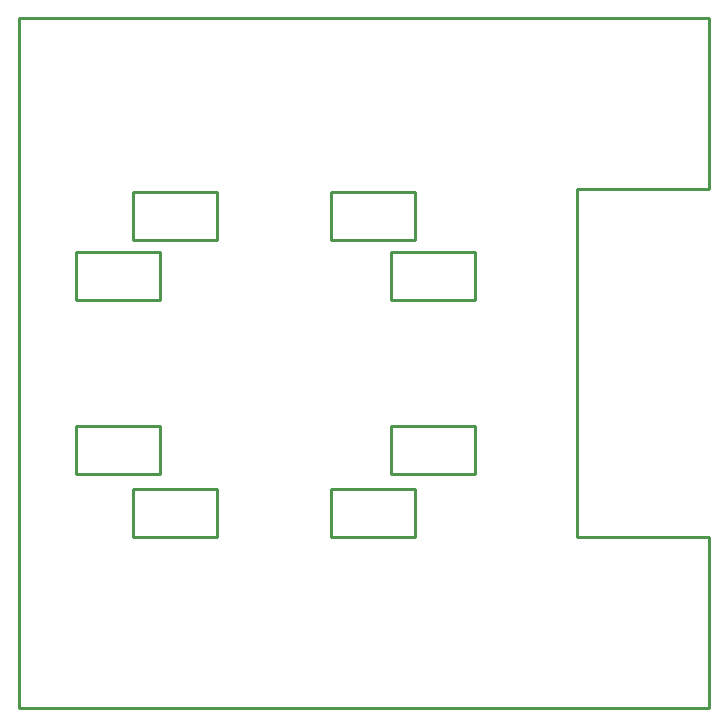
<source format=gko>
G04 Layer: BoardOutlineLayer*
G04 Panelize: , Column: 2, Row: 2, Board Size: 58.42mm x 58.42mm, Panelized Board Size: 118.84mm x 118.84mm*
G04 EasyEDA v6.5.32, 2023-07-25 14:04:49*
G04 e28a03a1de13489cb67d3f9b02de052e,5a6b42c53f6a479593ecc07194224c93,10*
G04 Gerber Generator version 0.2*
G04 Scale: 100 percent, Rotated: No, Reflected: No *
G04 Dimensions in millimeters *
G04 leading zeros omitted , absolute positions ,4 integer and 5 decimal *
%FSLAX45Y45*%
%MOMM*%

%ADD10C,0.2540*%
D10*
X0Y5842000D02*
G01*
X5842000Y5842000D01*
X5841987Y4394192D01*
X4724389Y4394192D01*
X4724389Y1447797D01*
X5841987Y1447797D01*
X5842000Y0D01*
X0Y502D01*
X0Y5842000D01*
X2641594Y4368792D02*
G01*
X2641594Y3962392D01*
X2641594Y3962392D02*
G01*
X3352792Y3962392D01*
X3352792Y3962392D02*
G01*
X3352792Y4368792D01*
X3352792Y4368792D02*
G01*
X2641594Y4368792D01*
X3149594Y3860792D02*
G01*
X3149594Y3454392D01*
X3149594Y3454392D02*
G01*
X3860792Y3454392D01*
X3860792Y3454392D02*
G01*
X3860792Y3860792D01*
X3860792Y3860792D02*
G01*
X3149594Y3860792D01*
X3149594Y2387592D02*
G01*
X3149594Y1981192D01*
X3149594Y1981192D02*
G01*
X3860792Y1981192D01*
X3860792Y1981192D02*
G01*
X3860792Y2387592D01*
X3860792Y2387592D02*
G01*
X3149594Y2387592D01*
X2641594Y1854192D02*
G01*
X2641594Y1447792D01*
X2641594Y1447792D02*
G01*
X3352792Y1447792D01*
X3352792Y1447792D02*
G01*
X3352792Y1854192D01*
X3352792Y1854192D02*
G01*
X2641594Y1854192D01*
X965194Y1854192D02*
G01*
X965194Y1447792D01*
X965194Y1447792D02*
G01*
X1676392Y1447792D01*
X1676392Y1447792D02*
G01*
X1676392Y1854192D01*
X1676392Y1854192D02*
G01*
X965194Y1854192D01*
X482594Y2387592D02*
G01*
X482594Y1981192D01*
X482594Y1981192D02*
G01*
X1193792Y1981192D01*
X1193792Y1981192D02*
G01*
X1193792Y2387592D01*
X1193792Y2387592D02*
G01*
X482594Y2387592D01*
X482594Y3860789D02*
G01*
X482594Y3454389D01*
X482594Y3454389D02*
G01*
X1193792Y3454389D01*
X1193792Y3454389D02*
G01*
X1193792Y3860789D01*
X1193792Y3860789D02*
G01*
X482594Y3860789D01*
X965194Y4368792D02*
G01*
X965194Y3962392D01*
X965194Y3962392D02*
G01*
X1676392Y3962392D01*
X1676392Y3962392D02*
G01*
X1676392Y4368792D01*
X1676392Y4368792D02*
G01*
X965194Y4368792D01*

%LPD*%
M02*

</source>
